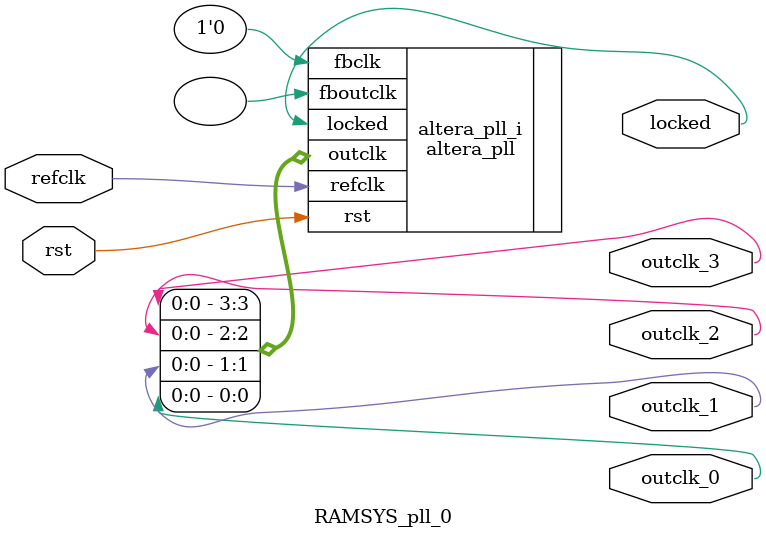
<source format=v>
`timescale 1ns/10ps
module  RAMSYS_pll_0(

	// interface 'refclk'
	input wire refclk,

	// interface 'reset'
	input wire rst,

	// interface 'outclk0'
	output wire outclk_0,

	// interface 'outclk1'
	output wire outclk_1,

	// interface 'outclk2'
	output wire outclk_2,

	// interface 'outclk3'
	output wire outclk_3,

	// interface 'locked'
	output wire locked
);

	altera_pll #(
		.fractional_vco_multiplier("false"),
		.reference_clock_frequency("50.0 MHz"),
		.operation_mode("direct"),
		.number_of_clocks(4),
		.output_clock_frequency0("49.500000 MHz"),
		.phase_shift0("0 ps"),
		.duty_cycle0(50),
		.output_clock_frequency1("141.428571 MHz"),
		.phase_shift1("0 ps"),
		.duty_cycle1(50),
		.output_clock_frequency2("141.428571 MHz"),
		.phase_shift2("6059 ps"),
		.duty_cycle2(50),
		.output_clock_frequency3("141.428571 MHz"),
		.phase_shift3("0 ps"),
		.duty_cycle3(50),
		.output_clock_frequency4("0 MHz"),
		.phase_shift4("0 ps"),
		.duty_cycle4(50),
		.output_clock_frequency5("0 MHz"),
		.phase_shift5("0 ps"),
		.duty_cycle5(50),
		.output_clock_frequency6("0 MHz"),
		.phase_shift6("0 ps"),
		.duty_cycle6(50),
		.output_clock_frequency7("0 MHz"),
		.phase_shift7("0 ps"),
		.duty_cycle7(50),
		.output_clock_frequency8("0 MHz"),
		.phase_shift8("0 ps"),
		.duty_cycle8(50),
		.output_clock_frequency9("0 MHz"),
		.phase_shift9("0 ps"),
		.duty_cycle9(50),
		.output_clock_frequency10("0 MHz"),
		.phase_shift10("0 ps"),
		.duty_cycle10(50),
		.output_clock_frequency11("0 MHz"),
		.phase_shift11("0 ps"),
		.duty_cycle11(50),
		.output_clock_frequency12("0 MHz"),
		.phase_shift12("0 ps"),
		.duty_cycle12(50),
		.output_clock_frequency13("0 MHz"),
		.phase_shift13("0 ps"),
		.duty_cycle13(50),
		.output_clock_frequency14("0 MHz"),
		.phase_shift14("0 ps"),
		.duty_cycle14(50),
		.output_clock_frequency15("0 MHz"),
		.phase_shift15("0 ps"),
		.duty_cycle15(50),
		.output_clock_frequency16("0 MHz"),
		.phase_shift16("0 ps"),
		.duty_cycle16(50),
		.output_clock_frequency17("0 MHz"),
		.phase_shift17("0 ps"),
		.duty_cycle17(50),
		.pll_type("General"),
		.pll_subtype("General")
	) altera_pll_i (
		.rst	(rst),
		.outclk	({outclk_3, outclk_2, outclk_1, outclk_0}),
		.locked	(locked),
		.fboutclk	( ),
		.fbclk	(1'b0),
		.refclk	(refclk)
	);
endmodule


</source>
